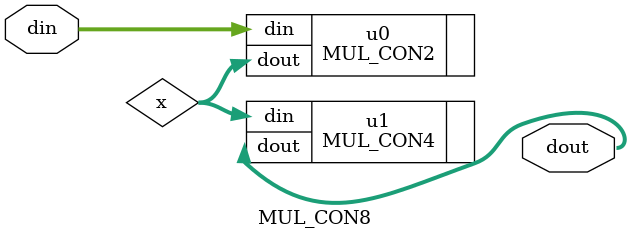
<source format=v>
module MUL_CON8(
input     [7:0]     din,  //data in, 8 bits
output    [7:0]     dout  //data out, 8 bits
);

wire [7:0] x;//x=2*din

MUL_CON2 u0(
    .din(din),
    .dout(x)
);

MUL_CON4 u1(
    .din(x),
    .dout(dout)
);
endmodule
</source>
